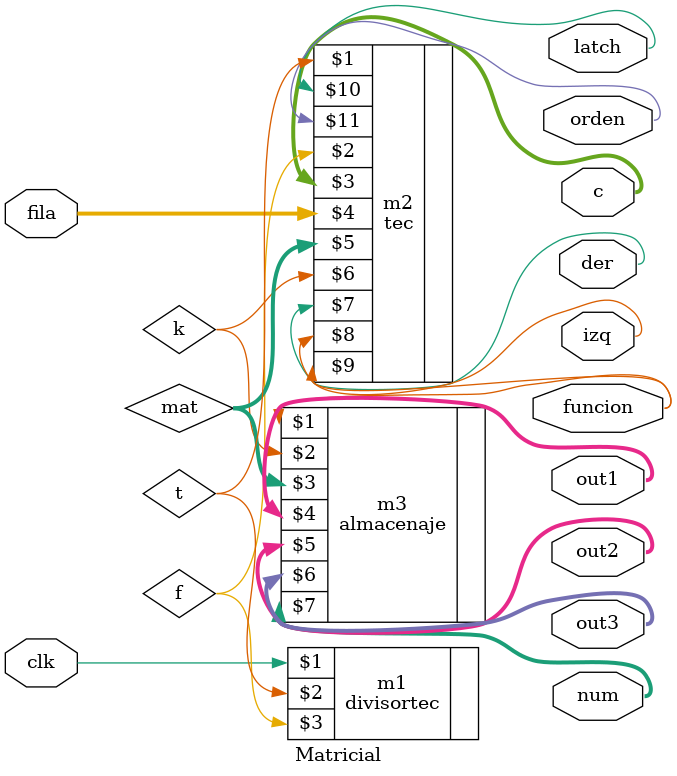
<source format=v>
`timescale 1ns / 1ps

module Matricial(clk,c,fila,out1,out2,out3,num,der,izq,funcion,latch,orden);
input clk;
input [3:0]fila;
output [3:0]c;
output [3:0] out1, out2, out3, num;
output der,izq,funcion,latch,orden;

wire t,f,k;
wire [3:0] mat;

divisortec m1(clk,t,f);
tec m2(t,f,c,fila,mat,k,der,izq,funcion,latch,orden);
almacenaje m3(funcion,k,mat,out1,out2,out3,num);

endmodule

</source>
